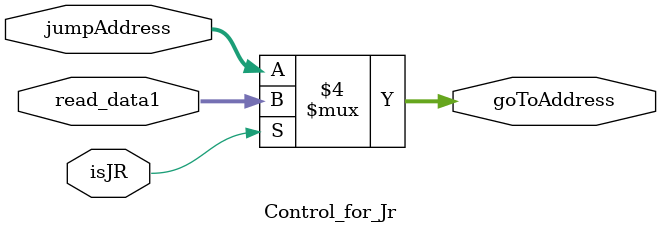
<source format=v>
module Control_for_Jr(
    output reg [31:0] goToAddress,
    input [31:0] read_data1,
    input [31:0] jumpAddress,
    input [0:0] isJR
);
/*
    // gate-level implementation
    wire [31:0] result1;
    wire [31:0] result2;
    wire [0:0] notSel;

    not not1(notSel, sel);

    and and1(result1[31], jumpAddress[31], notSel);
    and and2(result1[30], jumpAddress[30], notSel);
    and and3(result1[29], jumpAddress[29], notSel);
    and and4(result1[28], jumpAddress[28], notSel);
    and and5(result1[27], jumpAddress[27], notSel);
    and and6(result1[26], jumpAddress[26], notSel);
    and and7(result1[25], jumpAddress[25], notSel);
    and and8(result1[24], jumpAddress[24], notSel);
    and and9(result1[23], jumpAddress[23], notSel);
    and and10(result1[22], jumpAddress[22], notSel);
    and and11(result1[21], jumpAddress[21], notSel);
    and and12(result1[20], jumpAddress[20], notSel);
    and and13(result1[19], jumpAddress[19], notSel);
    and and14(result1[18], jumpAddress[18], notSel);
    and and15(result1[17], jumpAddress[17], notSel);
    and and16(result1[16], jumpAddress[16], notSel);
    and and17(result1[15], jumpAddress[15], notSel);
    and and18(result1[14], jumpAddress[14], notSel);
    and and19(result1[13], jumpAddress[13], notSel);
    and and20(result1[12], jumpAddress[12], notSel);
    and and21(result1[11], jumpAddress[11], notSel);
    and and22(result1[10], jumpAddress[10], notSel);
    and and23(result1[9], jumpAddress[9], notSel);
    and and24(result1[8], jumpAddress[8], notSel);
    and and25(result1[7], jumpAddress[7], notSel);
    and and26(result1[6], jumpAddress[6], notSel);
    and and27(result1[5], jumpAddress[5], notSel);
    and and28(result1[4], jumpAddress[4], notSel);
    and and29(result1[3], jumpAddress[3], notSel);
    and and30(result1[2], jumpAddress[2], notSel);
    and and31(result1[1], jumpAddress[1], notSel);
    and and32(result1[0], jumpAddress[0], notSel);

    and and33(result2[31], read_data1[31], sel);
    and and34(result2[30], read_data1[30], sel);
    and and35(result2[29], read_data1[29], sel);
    and and36(result2[28], read_data1[28], sel);
    and and37(result2[27], read_data1[27], sel);
    and and38(result2[26], read_data1[26], sel);
    and and39(result2[25], read_data1[25], sel);
    and and40(result2[24], read_data1[24], sel);
    and and41(result2[23], read_data1[23], sel);
    and and42(result2[22], read_data1[22], sel);
    and and43(result2[21], read_data1[21], sel);
    and and44(result2[20], read_data1[20], sel);
    and and45(result2[19], read_data1[19], sel);
    and and46(result2[18], read_data1[18], sel);
    and and47(result2[17], read_data1[17], sel);
    and and48(result2[16], read_data1[16], sel);
    and and49(result2[15], read_data1[15], sel);
    and and50(result2[14], read_data1[14], sel);
    and and51(result2[13], read_data1[13], sel);
    and and52(result2[12], read_data1[12], sel);
    and and53(result2[11], read_data1[11], sel);
    and and54(result2[10], read_data1[10], sel);
    and and55(result2[9], read_data1[9], sel);
    and and56(result2[8], read_data1[8], sel);
    and and57(result2[7], read_data1[7], sel);
    and and58(result2[6], read_data1[6], sel);
    and and59(result2[5], read_data1[5], sel);
    and and60(result2[4], read_data1[4], sel);
    and and61(result2[3], read_data1[3], sel);
    and and62(result2[2], read_data1[2], sel);
    and and63(result2[1], read_data1[1], sel);
    and and64(result2[0], read_data1[0], sel);

    Or_32Bit or1(goToAddress, result1, result2);

    */
    always @(*)
    begin
        if(isJR == 1'b1)
        begin
            goToAddress = read_data1;
        end
        else
        begin
            goToAddress = jumpAddress;
        end
    end
    
endmodule
</source>
